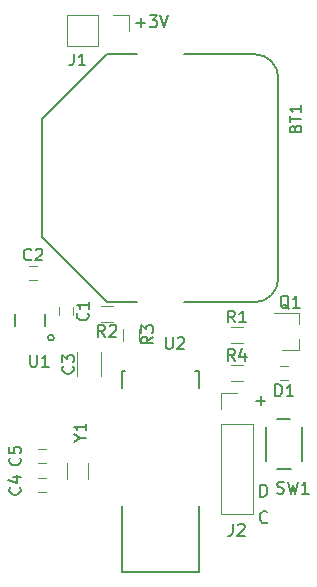
<source format=gto>
G04 #@! TF.FileFunction,Legend,Top*
%FSLAX46Y46*%
G04 Gerber Fmt 4.6, Leading zero omitted, Abs format (unit mm)*
G04 Created by KiCad (PCBNEW 4.0.7) date Wed Nov 28 02:08:13 2018*
%MOMM*%
%LPD*%
G01*
G04 APERTURE LIST*
%ADD10C,0.100000*%
%ADD11C,0.200000*%
%ADD12C,0.150000*%
%ADD13C,0.120000*%
G04 APERTURE END LIST*
D10*
D11*
X119119048Y-110821429D02*
X119880953Y-110821429D01*
X119500001Y-111202381D02*
X119500001Y-110440476D01*
X119488095Y-118952381D02*
X119488095Y-117952381D01*
X119726190Y-117952381D01*
X119869048Y-118000000D01*
X119964286Y-118095238D01*
X120011905Y-118190476D01*
X120059524Y-118380952D01*
X120059524Y-118523810D01*
X120011905Y-118714286D01*
X119964286Y-118809524D01*
X119869048Y-118904762D01*
X119726190Y-118952381D01*
X119488095Y-118952381D01*
X120059524Y-121107143D02*
X120011905Y-121154762D01*
X119869048Y-121202381D01*
X119773810Y-121202381D01*
X119630952Y-121154762D01*
X119535714Y-121059524D01*
X119488095Y-120964286D01*
X119440476Y-120773810D01*
X119440476Y-120630952D01*
X119488095Y-120440476D01*
X119535714Y-120345238D01*
X119630952Y-120250000D01*
X119773810Y-120202381D01*
X119869048Y-120202381D01*
X120011905Y-120250000D01*
X120059524Y-120297619D01*
X108964286Y-78821429D02*
X109726191Y-78821429D01*
X109345239Y-79202381D02*
X109345239Y-78440476D01*
X110107143Y-78202381D02*
X110726191Y-78202381D01*
X110392857Y-78583333D01*
X110535715Y-78583333D01*
X110630953Y-78630952D01*
X110678572Y-78678571D01*
X110726191Y-78773810D01*
X110726191Y-79011905D01*
X110678572Y-79107143D01*
X110630953Y-79154762D01*
X110535715Y-79202381D01*
X110250000Y-79202381D01*
X110154762Y-79154762D01*
X110107143Y-79107143D01*
X111011905Y-78202381D02*
X111345238Y-79202381D01*
X111678572Y-78202381D01*
D12*
X119000000Y-102500000D02*
X113000000Y-102500000D01*
X121000000Y-83500000D02*
X121000000Y-100500000D01*
X119000000Y-81500000D02*
X113000000Y-81500000D01*
X119000000Y-102500000D02*
G75*
G03X121000000Y-100500000I0J2000000D01*
G01*
X121000000Y-83500000D02*
G75*
G03X119000000Y-81500000I-2000000J0D01*
G01*
X101000000Y-87000000D02*
X106500000Y-81500000D01*
X106500000Y-81500000D02*
X109000000Y-81500000D01*
X101000000Y-97000000D02*
X106500000Y-102500000D01*
X106500000Y-102500000D02*
X109000000Y-102500000D01*
X101000000Y-87000000D02*
X101000000Y-97000000D01*
D13*
X102400000Y-103600000D02*
X102400000Y-102900000D01*
X103600000Y-102900000D02*
X103600000Y-103600000D01*
X100600000Y-100600000D02*
X99900000Y-100600000D01*
X99900000Y-99400000D02*
X100600000Y-99400000D01*
X103980000Y-106750000D02*
X103980000Y-108750000D01*
X106020000Y-108750000D02*
X106020000Y-106750000D01*
X100650000Y-117400000D02*
X101350000Y-117400000D01*
X101350000Y-118600000D02*
X100650000Y-118600000D01*
X100650000Y-114900000D02*
X101350000Y-114900000D01*
X101350000Y-116100000D02*
X100650000Y-116100000D01*
X121150000Y-107900000D02*
X121850000Y-107900000D01*
X121850000Y-109100000D02*
X121150000Y-109100000D01*
X122760000Y-106580000D02*
X122760000Y-105650000D01*
X122760000Y-103420000D02*
X122760000Y-104350000D01*
X122760000Y-103420000D02*
X120600000Y-103420000D01*
X122760000Y-106580000D02*
X121300000Y-106580000D01*
X117000000Y-104570000D02*
X118000000Y-104570000D01*
X118000000Y-105930000D02*
X117000000Y-105930000D01*
X106000000Y-102820000D02*
X107000000Y-102820000D01*
X107000000Y-104180000D02*
X106000000Y-104180000D01*
X107820000Y-105750000D02*
X107820000Y-104750000D01*
X109180000Y-104750000D02*
X109180000Y-105750000D01*
X118000000Y-109180000D02*
X117000000Y-109180000D01*
X117000000Y-107820000D02*
X118000000Y-107820000D01*
D12*
X123000000Y-113100000D02*
X123000000Y-115900000D01*
X120000000Y-115900000D02*
X120000000Y-113100000D01*
X120900000Y-116600000D02*
X122100000Y-116600000D01*
X120900000Y-112400000D02*
X122000000Y-112400000D01*
X102000000Y-105500000D02*
G75*
G03X102000000Y-105500000I-250000J0D01*
G01*
X98750000Y-103500000D02*
X98750000Y-104500000D01*
X101250000Y-103500000D02*
X101250000Y-104500000D01*
D13*
X103125000Y-116075000D02*
X103125000Y-117425000D01*
X104875000Y-116075000D02*
X104875000Y-117425000D01*
X103130000Y-78170000D02*
X103130000Y-80830000D01*
X105730000Y-78170000D02*
X103130000Y-78170000D01*
X105730000Y-80830000D02*
X103130000Y-80830000D01*
X105730000Y-78170000D02*
X105730000Y-80830000D01*
X107000000Y-78170000D02*
X108330000Y-78170000D01*
X108330000Y-78170000D02*
X108330000Y-79500000D01*
X116170000Y-120450000D02*
X118830000Y-120450000D01*
X116170000Y-112770000D02*
X116170000Y-120450000D01*
X118830000Y-112770000D02*
X118830000Y-120450000D01*
X116170000Y-112770000D02*
X118830000Y-112770000D01*
X116170000Y-111500000D02*
X116170000Y-110170000D01*
X116170000Y-110170000D02*
X117500000Y-110170000D01*
D12*
X107750000Y-125350000D02*
X114250000Y-125350000D01*
X107750000Y-119750000D02*
X107750000Y-125350000D01*
X114250000Y-119750000D02*
X114250000Y-125350000D01*
X107750000Y-108350000D02*
X108050000Y-108350000D01*
X114250000Y-108350000D02*
X113950000Y-108350000D01*
X107750000Y-109750000D02*
X107750000Y-108350000D01*
X114250000Y-109750000D02*
X114250000Y-108350000D01*
X122428571Y-87785714D02*
X122476190Y-87642857D01*
X122523810Y-87595238D01*
X122619048Y-87547619D01*
X122761905Y-87547619D01*
X122857143Y-87595238D01*
X122904762Y-87642857D01*
X122952381Y-87738095D01*
X122952381Y-88119048D01*
X121952381Y-88119048D01*
X121952381Y-87785714D01*
X122000000Y-87690476D01*
X122047619Y-87642857D01*
X122142857Y-87595238D01*
X122238095Y-87595238D01*
X122333333Y-87642857D01*
X122380952Y-87690476D01*
X122428571Y-87785714D01*
X122428571Y-88119048D01*
X121952381Y-87261905D02*
X121952381Y-86690476D01*
X122952381Y-86976191D02*
X121952381Y-86976191D01*
X122952381Y-85833333D02*
X122952381Y-86404762D01*
X122952381Y-86119048D02*
X121952381Y-86119048D01*
X122095238Y-86214286D01*
X122190476Y-86309524D01*
X122238095Y-86404762D01*
X104857143Y-103416666D02*
X104904762Y-103464285D01*
X104952381Y-103607142D01*
X104952381Y-103702380D01*
X104904762Y-103845238D01*
X104809524Y-103940476D01*
X104714286Y-103988095D01*
X104523810Y-104035714D01*
X104380952Y-104035714D01*
X104190476Y-103988095D01*
X104095238Y-103940476D01*
X104000000Y-103845238D01*
X103952381Y-103702380D01*
X103952381Y-103607142D01*
X104000000Y-103464285D01*
X104047619Y-103416666D01*
X104952381Y-102464285D02*
X104952381Y-103035714D01*
X104952381Y-102750000D02*
X103952381Y-102750000D01*
X104095238Y-102845238D01*
X104190476Y-102940476D01*
X104238095Y-103035714D01*
X100083334Y-98857143D02*
X100035715Y-98904762D01*
X99892858Y-98952381D01*
X99797620Y-98952381D01*
X99654762Y-98904762D01*
X99559524Y-98809524D01*
X99511905Y-98714286D01*
X99464286Y-98523810D01*
X99464286Y-98380952D01*
X99511905Y-98190476D01*
X99559524Y-98095238D01*
X99654762Y-98000000D01*
X99797620Y-97952381D01*
X99892858Y-97952381D01*
X100035715Y-98000000D01*
X100083334Y-98047619D01*
X100464286Y-98047619D02*
X100511905Y-98000000D01*
X100607143Y-97952381D01*
X100845239Y-97952381D01*
X100940477Y-98000000D01*
X100988096Y-98047619D01*
X101035715Y-98142857D01*
X101035715Y-98238095D01*
X100988096Y-98380952D01*
X100416667Y-98952381D01*
X101035715Y-98952381D01*
X103607143Y-107916666D02*
X103654762Y-107964285D01*
X103702381Y-108107142D01*
X103702381Y-108202380D01*
X103654762Y-108345238D01*
X103559524Y-108440476D01*
X103464286Y-108488095D01*
X103273810Y-108535714D01*
X103130952Y-108535714D01*
X102940476Y-108488095D01*
X102845238Y-108440476D01*
X102750000Y-108345238D01*
X102702381Y-108202380D01*
X102702381Y-108107142D01*
X102750000Y-107964285D01*
X102797619Y-107916666D01*
X102702381Y-107583333D02*
X102702381Y-106964285D01*
X103083333Y-107297619D01*
X103083333Y-107154761D01*
X103130952Y-107059523D01*
X103178571Y-107011904D01*
X103273810Y-106964285D01*
X103511905Y-106964285D01*
X103607143Y-107011904D01*
X103654762Y-107059523D01*
X103702381Y-107154761D01*
X103702381Y-107440476D01*
X103654762Y-107535714D01*
X103607143Y-107583333D01*
X99107143Y-118166666D02*
X99154762Y-118214285D01*
X99202381Y-118357142D01*
X99202381Y-118452380D01*
X99154762Y-118595238D01*
X99059524Y-118690476D01*
X98964286Y-118738095D01*
X98773810Y-118785714D01*
X98630952Y-118785714D01*
X98440476Y-118738095D01*
X98345238Y-118690476D01*
X98250000Y-118595238D01*
X98202381Y-118452380D01*
X98202381Y-118357142D01*
X98250000Y-118214285D01*
X98297619Y-118166666D01*
X98535714Y-117309523D02*
X99202381Y-117309523D01*
X98154762Y-117547619D02*
X98869048Y-117785714D01*
X98869048Y-117166666D01*
X99107143Y-115666666D02*
X99154762Y-115714285D01*
X99202381Y-115857142D01*
X99202381Y-115952380D01*
X99154762Y-116095238D01*
X99059524Y-116190476D01*
X98964286Y-116238095D01*
X98773810Y-116285714D01*
X98630952Y-116285714D01*
X98440476Y-116238095D01*
X98345238Y-116190476D01*
X98250000Y-116095238D01*
X98202381Y-115952380D01*
X98202381Y-115857142D01*
X98250000Y-115714285D01*
X98297619Y-115666666D01*
X98202381Y-114761904D02*
X98202381Y-115238095D01*
X98678571Y-115285714D01*
X98630952Y-115238095D01*
X98583333Y-115142857D01*
X98583333Y-114904761D01*
X98630952Y-114809523D01*
X98678571Y-114761904D01*
X98773810Y-114714285D01*
X99011905Y-114714285D01*
X99107143Y-114761904D01*
X99154762Y-114809523D01*
X99202381Y-114904761D01*
X99202381Y-115142857D01*
X99154762Y-115238095D01*
X99107143Y-115285714D01*
X120761905Y-110452381D02*
X120761905Y-109452381D01*
X121000000Y-109452381D01*
X121142858Y-109500000D01*
X121238096Y-109595238D01*
X121285715Y-109690476D01*
X121333334Y-109880952D01*
X121333334Y-110023810D01*
X121285715Y-110214286D01*
X121238096Y-110309524D01*
X121142858Y-110404762D01*
X121000000Y-110452381D01*
X120761905Y-110452381D01*
X122285715Y-110452381D02*
X121714286Y-110452381D01*
X122000000Y-110452381D02*
X122000000Y-109452381D01*
X121904762Y-109595238D01*
X121809524Y-109690476D01*
X121714286Y-109738095D01*
X121904762Y-103047619D02*
X121809524Y-103000000D01*
X121714286Y-102904762D01*
X121571429Y-102761905D01*
X121476190Y-102714286D01*
X121380952Y-102714286D01*
X121428571Y-102952381D02*
X121333333Y-102904762D01*
X121238095Y-102809524D01*
X121190476Y-102619048D01*
X121190476Y-102285714D01*
X121238095Y-102095238D01*
X121333333Y-102000000D01*
X121428571Y-101952381D01*
X121619048Y-101952381D01*
X121714286Y-102000000D01*
X121809524Y-102095238D01*
X121857143Y-102285714D01*
X121857143Y-102619048D01*
X121809524Y-102809524D01*
X121714286Y-102904762D01*
X121619048Y-102952381D01*
X121428571Y-102952381D01*
X122809524Y-102952381D02*
X122238095Y-102952381D01*
X122523809Y-102952381D02*
X122523809Y-101952381D01*
X122428571Y-102095238D01*
X122333333Y-102190476D01*
X122238095Y-102238095D01*
X117333334Y-104202381D02*
X117000000Y-103726190D01*
X116761905Y-104202381D02*
X116761905Y-103202381D01*
X117142858Y-103202381D01*
X117238096Y-103250000D01*
X117285715Y-103297619D01*
X117333334Y-103392857D01*
X117333334Y-103535714D01*
X117285715Y-103630952D01*
X117238096Y-103678571D01*
X117142858Y-103726190D01*
X116761905Y-103726190D01*
X118285715Y-104202381D02*
X117714286Y-104202381D01*
X118000000Y-104202381D02*
X118000000Y-103202381D01*
X117904762Y-103345238D01*
X117809524Y-103440476D01*
X117714286Y-103488095D01*
X106333334Y-105402381D02*
X106000000Y-104926190D01*
X105761905Y-105402381D02*
X105761905Y-104402381D01*
X106142858Y-104402381D01*
X106238096Y-104450000D01*
X106285715Y-104497619D01*
X106333334Y-104592857D01*
X106333334Y-104735714D01*
X106285715Y-104830952D01*
X106238096Y-104878571D01*
X106142858Y-104926190D01*
X105761905Y-104926190D01*
X106714286Y-104497619D02*
X106761905Y-104450000D01*
X106857143Y-104402381D01*
X107095239Y-104402381D01*
X107190477Y-104450000D01*
X107238096Y-104497619D01*
X107285715Y-104592857D01*
X107285715Y-104688095D01*
X107238096Y-104830952D01*
X106666667Y-105402381D01*
X107285715Y-105402381D01*
X110402381Y-105416666D02*
X109926190Y-105750000D01*
X110402381Y-105988095D02*
X109402381Y-105988095D01*
X109402381Y-105607142D01*
X109450000Y-105511904D01*
X109497619Y-105464285D01*
X109592857Y-105416666D01*
X109735714Y-105416666D01*
X109830952Y-105464285D01*
X109878571Y-105511904D01*
X109926190Y-105607142D01*
X109926190Y-105988095D01*
X109402381Y-105083333D02*
X109402381Y-104464285D01*
X109783333Y-104797619D01*
X109783333Y-104654761D01*
X109830952Y-104559523D01*
X109878571Y-104511904D01*
X109973810Y-104464285D01*
X110211905Y-104464285D01*
X110307143Y-104511904D01*
X110354762Y-104559523D01*
X110402381Y-104654761D01*
X110402381Y-104940476D01*
X110354762Y-105035714D01*
X110307143Y-105083333D01*
X117333334Y-107452381D02*
X117000000Y-106976190D01*
X116761905Y-107452381D02*
X116761905Y-106452381D01*
X117142858Y-106452381D01*
X117238096Y-106500000D01*
X117285715Y-106547619D01*
X117333334Y-106642857D01*
X117333334Y-106785714D01*
X117285715Y-106880952D01*
X117238096Y-106928571D01*
X117142858Y-106976190D01*
X116761905Y-106976190D01*
X118190477Y-106785714D02*
X118190477Y-107452381D01*
X117952381Y-106404762D02*
X117714286Y-107119048D01*
X118333334Y-107119048D01*
X120916667Y-118654762D02*
X121059524Y-118702381D01*
X121297620Y-118702381D01*
X121392858Y-118654762D01*
X121440477Y-118607143D01*
X121488096Y-118511905D01*
X121488096Y-118416667D01*
X121440477Y-118321429D01*
X121392858Y-118273810D01*
X121297620Y-118226190D01*
X121107143Y-118178571D01*
X121011905Y-118130952D01*
X120964286Y-118083333D01*
X120916667Y-117988095D01*
X120916667Y-117892857D01*
X120964286Y-117797619D01*
X121011905Y-117750000D01*
X121107143Y-117702381D01*
X121345239Y-117702381D01*
X121488096Y-117750000D01*
X121821429Y-117702381D02*
X122059524Y-118702381D01*
X122250001Y-117988095D01*
X122440477Y-118702381D01*
X122678572Y-117702381D01*
X123583334Y-118702381D02*
X123011905Y-118702381D01*
X123297619Y-118702381D02*
X123297619Y-117702381D01*
X123202381Y-117845238D01*
X123107143Y-117940476D01*
X123011905Y-117988095D01*
X99988095Y-106952381D02*
X99988095Y-107761905D01*
X100035714Y-107857143D01*
X100083333Y-107904762D01*
X100178571Y-107952381D01*
X100369048Y-107952381D01*
X100464286Y-107904762D01*
X100511905Y-107857143D01*
X100559524Y-107761905D01*
X100559524Y-106952381D01*
X101559524Y-107952381D02*
X100988095Y-107952381D01*
X101273809Y-107952381D02*
X101273809Y-106952381D01*
X101178571Y-107095238D01*
X101083333Y-107190476D01*
X100988095Y-107238095D01*
X104226190Y-113976191D02*
X104702381Y-113976191D01*
X103702381Y-114309524D02*
X104226190Y-113976191D01*
X103702381Y-113642857D01*
X104702381Y-112785714D02*
X104702381Y-113357143D01*
X104702381Y-113071429D02*
X103702381Y-113071429D01*
X103845238Y-113166667D01*
X103940476Y-113261905D01*
X103988095Y-113357143D01*
X103666667Y-81452381D02*
X103666667Y-82166667D01*
X103619047Y-82309524D01*
X103523809Y-82404762D01*
X103380952Y-82452381D01*
X103285714Y-82452381D01*
X104666667Y-82452381D02*
X104095238Y-82452381D01*
X104380952Y-82452381D02*
X104380952Y-81452381D01*
X104285714Y-81595238D01*
X104190476Y-81690476D01*
X104095238Y-81738095D01*
X117166667Y-121252381D02*
X117166667Y-121966667D01*
X117119047Y-122109524D01*
X117023809Y-122204762D01*
X116880952Y-122252381D01*
X116785714Y-122252381D01*
X117595238Y-121347619D02*
X117642857Y-121300000D01*
X117738095Y-121252381D01*
X117976191Y-121252381D01*
X118071429Y-121300000D01*
X118119048Y-121347619D01*
X118166667Y-121442857D01*
X118166667Y-121538095D01*
X118119048Y-121680952D01*
X117547619Y-122252381D01*
X118166667Y-122252381D01*
X111488095Y-105452381D02*
X111488095Y-106261905D01*
X111535714Y-106357143D01*
X111583333Y-106404762D01*
X111678571Y-106452381D01*
X111869048Y-106452381D01*
X111964286Y-106404762D01*
X112011905Y-106357143D01*
X112059524Y-106261905D01*
X112059524Y-105452381D01*
X112488095Y-105547619D02*
X112535714Y-105500000D01*
X112630952Y-105452381D01*
X112869048Y-105452381D01*
X112964286Y-105500000D01*
X113011905Y-105547619D01*
X113059524Y-105642857D01*
X113059524Y-105738095D01*
X113011905Y-105880952D01*
X112440476Y-106452381D01*
X113059524Y-106452381D01*
M02*

</source>
